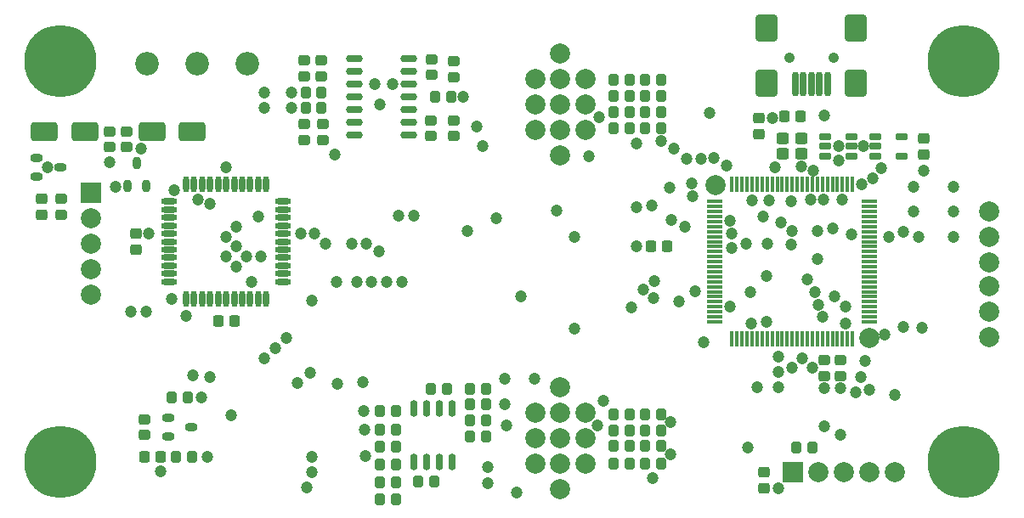
<source format=gts>
G04*
G04 #@! TF.GenerationSoftware,Altium Limited,Altium Designer,19.0.4 (130)*
G04*
G04 Layer_Color=8388736*
%FSLAX44Y44*%
%MOMM*%
G71*
G01*
G75*
G04:AMPARAMS|DCode=32|XSize=1.2mm|YSize=0.8mm|CornerRadius=0.2765mm|HoleSize=0mm|Usage=FLASHONLY|Rotation=90.000|XOffset=0mm|YOffset=0mm|HoleType=Round|Shape=RoundedRectangle|*
%AMROUNDEDRECTD32*
21,1,1.2000,0.2470,0,0,90.0*
21,1,0.6470,0.8000,0,0,90.0*
1,1,0.5530,0.1235,0.3235*
1,1,0.5530,0.1235,-0.3235*
1,1,0.5530,-0.1235,-0.3235*
1,1,0.5530,-0.1235,0.3235*
%
%ADD32ROUNDEDRECTD32*%
G04:AMPARAMS|DCode=33|XSize=1.15mm|YSize=1.05mm|CornerRadius=0.273mm|HoleSize=0mm|Usage=FLASHONLY|Rotation=0.000|XOffset=0mm|YOffset=0mm|HoleType=Round|Shape=RoundedRectangle|*
%AMROUNDEDRECTD33*
21,1,1.1500,0.5040,0,0,0.0*
21,1,0.6040,1.0500,0,0,0.0*
1,1,0.5460,0.3020,-0.2520*
1,1,0.5460,-0.3020,-0.2520*
1,1,0.5460,-0.3020,0.2520*
1,1,0.5460,0.3020,0.2520*
%
%ADD33ROUNDEDRECTD33*%
G04:AMPARAMS|DCode=34|XSize=1.2mm|YSize=0.8mm|CornerRadius=0.2765mm|HoleSize=0mm|Usage=FLASHONLY|Rotation=0.000|XOffset=0mm|YOffset=0mm|HoleType=Round|Shape=RoundedRectangle|*
%AMROUNDEDRECTD34*
21,1,1.2000,0.2470,0,0,0.0*
21,1,0.6470,0.8000,0,0,0.0*
1,1,0.5530,0.3235,-0.1235*
1,1,0.5530,-0.3235,-0.1235*
1,1,0.5530,-0.3235,0.1235*
1,1,0.5530,0.3235,0.1235*
%
%ADD34ROUNDEDRECTD34*%
G04:AMPARAMS|DCode=35|XSize=2.65mm|YSize=1.85mm|CornerRadius=0.279mm|HoleSize=0mm|Usage=FLASHONLY|Rotation=0.000|XOffset=0mm|YOffset=0mm|HoleType=Round|Shape=RoundedRectangle|*
%AMROUNDEDRECTD35*
21,1,2.6500,1.2920,0,0,0.0*
21,1,2.0920,1.8500,0,0,0.0*
1,1,0.5580,1.0460,-0.6460*
1,1,0.5580,-1.0460,-0.6460*
1,1,0.5580,-1.0460,0.6460*
1,1,0.5580,1.0460,0.6460*
%
%ADD35ROUNDEDRECTD35*%
G04:AMPARAMS|DCode=36|XSize=1.15mm|YSize=1.05mm|CornerRadius=0.273mm|HoleSize=0mm|Usage=FLASHONLY|Rotation=270.000|XOffset=0mm|YOffset=0mm|HoleType=Round|Shape=RoundedRectangle|*
%AMROUNDEDRECTD36*
21,1,1.1500,0.5040,0,0,270.0*
21,1,0.6040,1.0500,0,0,270.0*
1,1,0.5460,-0.2520,-0.3020*
1,1,0.5460,-0.2520,0.3020*
1,1,0.5460,0.2520,0.3020*
1,1,0.5460,0.2520,-0.3020*
%
%ADD36ROUNDEDRECTD36*%
%ADD37O,0.7500X1.7000*%
%ADD38O,1.7000X0.7500*%
G04:AMPARAMS|DCode=39|XSize=1.15mm|YSize=1.1mm|CornerRadius=0.2745mm|HoleSize=0mm|Usage=FLASHONLY|Rotation=270.000|XOffset=0mm|YOffset=0mm|HoleType=Round|Shape=RoundedRectangle|*
%AMROUNDEDRECTD39*
21,1,1.1500,0.5510,0,0,270.0*
21,1,0.6010,1.1000,0,0,270.0*
1,1,0.5490,-0.2755,-0.3005*
1,1,0.5490,-0.2755,0.3005*
1,1,0.5490,0.2755,0.3005*
1,1,0.5490,0.2755,-0.3005*
%
%ADD39ROUNDEDRECTD39*%
G04:AMPARAMS|DCode=40|XSize=1.25mm|YSize=0.75mm|CornerRadius=0.276mm|HoleSize=0mm|Usage=FLASHONLY|Rotation=0.000|XOffset=0mm|YOffset=0mm|HoleType=Round|Shape=RoundedRectangle|*
%AMROUNDEDRECTD40*
21,1,1.2500,0.1980,0,0,0.0*
21,1,0.6980,0.7500,0,0,0.0*
1,1,0.5520,0.3490,-0.0990*
1,1,0.5520,-0.3490,-0.0990*
1,1,0.5520,-0.3490,0.0990*
1,1,0.5520,0.3490,0.0990*
%
%ADD40ROUNDEDRECTD40*%
G04:AMPARAMS|DCode=41|XSize=1.15mm|YSize=1.1mm|CornerRadius=0.2745mm|HoleSize=0mm|Usage=FLASHONLY|Rotation=180.000|XOffset=0mm|YOffset=0mm|HoleType=Round|Shape=RoundedRectangle|*
%AMROUNDEDRECTD41*
21,1,1.1500,0.5510,0,0,180.0*
21,1,0.6010,1.1000,0,0,180.0*
1,1,0.5490,-0.3005,0.2755*
1,1,0.5490,0.3005,0.2755*
1,1,0.5490,0.3005,-0.2755*
1,1,0.5490,-0.3005,-0.2755*
%
%ADD41ROUNDEDRECTD41*%
G04:AMPARAMS|DCode=42|XSize=1.25mm|YSize=1.15mm|CornerRadius=0.24mm|HoleSize=0mm|Usage=FLASHONLY|Rotation=0.000|XOffset=0mm|YOffset=0mm|HoleType=Round|Shape=RoundedRectangle|*
%AMROUNDEDRECTD42*
21,1,1.2500,0.6700,0,0,0.0*
21,1,0.7700,1.1500,0,0,0.0*
1,1,0.4800,0.3850,-0.3350*
1,1,0.4800,-0.3850,-0.3350*
1,1,0.4800,-0.3850,0.3350*
1,1,0.4800,0.3850,0.3350*
%
%ADD42ROUNDEDRECTD42*%
G04:AMPARAMS|DCode=43|XSize=2.45mm|YSize=0.65mm|CornerRadius=0.275mm|HoleSize=0mm|Usage=FLASHONLY|Rotation=270.000|XOffset=0mm|YOffset=0mm|HoleType=Round|Shape=RoundedRectangle|*
%AMROUNDEDRECTD43*
21,1,2.4500,0.1000,0,0,270.0*
21,1,1.9000,0.6500,0,0,270.0*
1,1,0.5500,-0.0500,-0.9500*
1,1,0.5500,-0.0500,0.9500*
1,1,0.5500,0.0500,0.9500*
1,1,0.5500,0.0500,-0.9500*
%
%ADD43ROUNDEDRECTD43*%
G04:AMPARAMS|DCode=44|XSize=2.65mm|YSize=2.15mm|CornerRadius=0.275mm|HoleSize=0mm|Usage=FLASHONLY|Rotation=270.000|XOffset=0mm|YOffset=0mm|HoleType=Round|Shape=RoundedRectangle|*
%AMROUNDEDRECTD44*
21,1,2.6500,1.6000,0,0,270.0*
21,1,2.1000,2.1500,0,0,270.0*
1,1,0.5500,-0.8000,-1.0500*
1,1,0.5500,-0.8000,1.0500*
1,1,0.5500,0.8000,1.0500*
1,1,0.5500,0.8000,-1.0500*
%
%ADD44ROUNDEDRECTD44*%
%ADD45O,0.4000X1.6000*%
%ADD46O,1.6000X0.4000*%
%ADD47C,2.0000*%
%ADD48O,0.6500X1.6000*%
%ADD49O,1.6000X0.6500*%
%ADD50C,2.3500*%
%ADD51C,2.0000*%
%ADD52C,7.2032*%
%ADD53C,1.0500*%
%ADD54R,2.0000X2.0000*%
%ADD55R,2.0000X2.0000*%
%ADD56C,1.2032*%
D32*
X126000Y348500D02*
D03*
X135500Y325500D02*
D03*
X116500D02*
D03*
D33*
X116000Y364000D02*
D03*
Y380000D02*
D03*
X99000Y364000D02*
D03*
Y380000D02*
D03*
X293077Y387000D02*
D03*
Y371000D02*
D03*
X811000Y152000D02*
D03*
Y136000D02*
D03*
X827000Y152000D02*
D03*
Y136000D02*
D03*
X419077Y391000D02*
D03*
Y375000D02*
D03*
X311077Y387000D02*
D03*
Y371000D02*
D03*
X420077Y436000D02*
D03*
Y452000D02*
D03*
X310077Y435000D02*
D03*
Y451000D02*
D03*
X442077Y375000D02*
D03*
Y391000D02*
D03*
Y450000D02*
D03*
Y434000D02*
D03*
X293077Y451000D02*
D03*
Y435000D02*
D03*
X134000Y93000D02*
D03*
Y77000D02*
D03*
X51000Y297000D02*
D03*
Y313000D02*
D03*
D34*
X49500Y344000D02*
D03*
X26500Y334500D02*
D03*
Y353500D02*
D03*
X157500Y94500D02*
D03*
Y75500D02*
D03*
X180500Y85000D02*
D03*
D35*
X181020Y380000D02*
D03*
X141020D02*
D03*
X74000D02*
D03*
X34000D02*
D03*
D36*
X632000Y98000D02*
D03*
X648000D02*
D03*
X632000Y49000D02*
D03*
X648000D02*
D03*
X632000Y66000D02*
D03*
X648000D02*
D03*
X632000Y82000D02*
D03*
X648000D02*
D03*
X632000Y399000D02*
D03*
X648000D02*
D03*
X632000Y415000D02*
D03*
X648000D02*
D03*
X632000Y431000D02*
D03*
X648000D02*
D03*
X632000Y383000D02*
D03*
X648000D02*
D03*
X458000Y75500D02*
D03*
X474000D02*
D03*
X617000Y49000D02*
D03*
X601000D02*
D03*
X458000Y123500D02*
D03*
X474000D02*
D03*
X617000Y98000D02*
D03*
X601000D02*
D03*
X435350Y123500D02*
D03*
X419350D02*
D03*
X474000Y91500D02*
D03*
X458000D02*
D03*
X601000Y66000D02*
D03*
X617000D02*
D03*
X474000Y107500D02*
D03*
X458000D02*
D03*
X601000Y82000D02*
D03*
X617000D02*
D03*
X384000Y47500D02*
D03*
X368000D02*
D03*
X617000Y383000D02*
D03*
X601000D02*
D03*
X384000Y101500D02*
D03*
X368000D02*
D03*
X617000Y431000D02*
D03*
X601000D02*
D03*
X422650Y30500D02*
D03*
X406650D02*
D03*
X368000Y82500D02*
D03*
X384000D02*
D03*
X601000Y415000D02*
D03*
X617000D02*
D03*
X368000Y65500D02*
D03*
X384000D02*
D03*
X601000Y399000D02*
D03*
X617000D02*
D03*
X368000Y30000D02*
D03*
X384000D02*
D03*
X368000Y13000D02*
D03*
X384000D02*
D03*
X294077Y419000D02*
D03*
X310077D02*
D03*
X439077Y414000D02*
D03*
X423077D02*
D03*
X294077Y403000D02*
D03*
X310077D02*
D03*
X165000Y55000D02*
D03*
X181000D02*
D03*
X177000Y115000D02*
D03*
X161000D02*
D03*
X799000Y65000D02*
D03*
X783000D02*
D03*
D37*
X440050Y49968D02*
D03*
X427350D02*
D03*
X414650D02*
D03*
X401954D02*
D03*
Y103968D02*
D03*
X414650D02*
D03*
X427350D02*
D03*
X440050D02*
D03*
D38*
X343077Y452100D02*
D03*
Y439400D02*
D03*
Y426700D02*
D03*
Y414000D02*
D03*
Y401300D02*
D03*
Y388600D02*
D03*
Y375900D02*
D03*
X397077D02*
D03*
Y388600D02*
D03*
Y401300D02*
D03*
Y414000D02*
D03*
Y426700D02*
D03*
Y439400D02*
D03*
Y452100D02*
D03*
D39*
X150000Y55000D02*
D03*
X134000D02*
D03*
X207000Y191000D02*
D03*
X223000D02*
D03*
X771000Y395000D02*
D03*
X787000D02*
D03*
X638000Y265000D02*
D03*
X654000D02*
D03*
D40*
X888000Y374500D02*
D03*
Y355500D02*
D03*
X862000D02*
D03*
Y365000D02*
D03*
Y374500D02*
D03*
X812000Y355500D02*
D03*
Y365000D02*
D03*
Y374500D02*
D03*
X838000D02*
D03*
Y365000D02*
D03*
Y355500D02*
D03*
D41*
X910000Y357000D02*
D03*
Y373000D02*
D03*
X746000Y393000D02*
D03*
Y377000D02*
D03*
X751000Y24000D02*
D03*
Y40000D02*
D03*
X31000Y297000D02*
D03*
Y313000D02*
D03*
X125000Y278000D02*
D03*
Y262000D02*
D03*
D42*
X788500Y357500D02*
D03*
X769500D02*
D03*
Y372500D02*
D03*
X788500D02*
D03*
D43*
X814000Y427000D02*
D03*
X806000D02*
D03*
X798000D02*
D03*
X790000D02*
D03*
X782000D02*
D03*
D44*
X753500Y428000D02*
D03*
Y483000D02*
D03*
X842500D02*
D03*
Y428000D02*
D03*
D45*
X719000Y173000D02*
D03*
X724000D02*
D03*
X729000D02*
D03*
X734000D02*
D03*
X739000D02*
D03*
X744000D02*
D03*
X749000D02*
D03*
X754000D02*
D03*
X759000D02*
D03*
X764000D02*
D03*
X769000D02*
D03*
X774000D02*
D03*
X779000D02*
D03*
X784000D02*
D03*
X789000D02*
D03*
X794000D02*
D03*
X799000D02*
D03*
X804000D02*
D03*
X809000D02*
D03*
X814000D02*
D03*
X819000D02*
D03*
X824000D02*
D03*
X829000D02*
D03*
X834000D02*
D03*
X839000D02*
D03*
Y327000D02*
D03*
X834000D02*
D03*
X829000D02*
D03*
X824000D02*
D03*
X819000D02*
D03*
X814000D02*
D03*
X809000D02*
D03*
X804000D02*
D03*
X799000D02*
D03*
X794000D02*
D03*
X789000D02*
D03*
X784000D02*
D03*
X779000D02*
D03*
X774000D02*
D03*
X769000D02*
D03*
X764000D02*
D03*
X759000D02*
D03*
X754000D02*
D03*
X749000D02*
D03*
X744000D02*
D03*
X739000D02*
D03*
X734000D02*
D03*
X729000D02*
D03*
X724000D02*
D03*
X719000D02*
D03*
D46*
X856000Y190000D02*
D03*
Y195000D02*
D03*
Y200000D02*
D03*
Y205000D02*
D03*
Y210000D02*
D03*
Y215000D02*
D03*
Y220000D02*
D03*
Y225000D02*
D03*
Y230000D02*
D03*
Y235000D02*
D03*
Y240000D02*
D03*
Y245000D02*
D03*
Y250000D02*
D03*
Y255000D02*
D03*
Y260000D02*
D03*
Y265000D02*
D03*
Y270000D02*
D03*
Y275000D02*
D03*
Y280000D02*
D03*
Y285000D02*
D03*
Y290000D02*
D03*
Y295000D02*
D03*
Y300000D02*
D03*
Y305000D02*
D03*
Y310000D02*
D03*
X702000D02*
D03*
Y305000D02*
D03*
Y300000D02*
D03*
Y295000D02*
D03*
Y290000D02*
D03*
Y285000D02*
D03*
Y280000D02*
D03*
Y275000D02*
D03*
Y270000D02*
D03*
Y265000D02*
D03*
Y260000D02*
D03*
Y255000D02*
D03*
Y250000D02*
D03*
Y245000D02*
D03*
Y240000D02*
D03*
Y235000D02*
D03*
Y230000D02*
D03*
Y225000D02*
D03*
Y220000D02*
D03*
Y215000D02*
D03*
Y210000D02*
D03*
Y205000D02*
D03*
Y200000D02*
D03*
Y195000D02*
D03*
Y190000D02*
D03*
D47*
X855500Y173500D02*
D03*
X702500Y326500D02*
D03*
D48*
X175000Y327000D02*
D03*
X183000D02*
D03*
X191000D02*
D03*
X199000D02*
D03*
X207000D02*
D03*
X215000D02*
D03*
X223000D02*
D03*
X231000D02*
D03*
X239000D02*
D03*
X247000D02*
D03*
X255000D02*
D03*
Y213000D02*
D03*
X247000D02*
D03*
X239000D02*
D03*
X231000D02*
D03*
X223000D02*
D03*
X215000D02*
D03*
X207000D02*
D03*
X199000D02*
D03*
X191000D02*
D03*
X183000D02*
D03*
X175000D02*
D03*
D49*
X272000Y310000D02*
D03*
Y302000D02*
D03*
Y294000D02*
D03*
Y286000D02*
D03*
Y278000D02*
D03*
Y270000D02*
D03*
Y262000D02*
D03*
Y254000D02*
D03*
Y246000D02*
D03*
Y238000D02*
D03*
Y230000D02*
D03*
X158000D02*
D03*
Y238000D02*
D03*
Y246000D02*
D03*
Y254000D02*
D03*
Y262000D02*
D03*
Y270000D02*
D03*
Y278000D02*
D03*
Y286000D02*
D03*
Y294000D02*
D03*
Y302000D02*
D03*
Y310000D02*
D03*
D50*
X136000Y447500D02*
D03*
X186000D02*
D03*
X236000D02*
D03*
D51*
X975000Y225400D02*
D03*
Y200000D02*
D03*
Y174600D02*
D03*
Y300400D02*
D03*
Y275000D02*
D03*
Y249600D02*
D03*
X523000Y99400D02*
D03*
Y74000D02*
D03*
Y48600D02*
D03*
X548000Y457800D02*
D03*
Y432400D02*
D03*
Y407000D02*
D03*
Y381600D02*
D03*
Y356200D02*
D03*
X523000Y432400D02*
D03*
Y407000D02*
D03*
Y381600D02*
D03*
X573000Y432400D02*
D03*
Y407000D02*
D03*
Y381600D02*
D03*
X548000Y124800D02*
D03*
Y99400D02*
D03*
Y74000D02*
D03*
Y48600D02*
D03*
Y23200D02*
D03*
X880800Y40000D02*
D03*
X855400D02*
D03*
X830000D02*
D03*
X804600D02*
D03*
X80000Y217200D02*
D03*
Y242600D02*
D03*
Y268000D02*
D03*
Y293400D02*
D03*
X573000Y48600D02*
D03*
Y74000D02*
D03*
Y99400D02*
D03*
D52*
X50000Y50000D02*
D03*
Y450000D02*
D03*
X950000D02*
D03*
Y50000D02*
D03*
D53*
X820000Y453000D02*
D03*
X776000D02*
D03*
D54*
X779200Y40000D02*
D03*
D55*
X80000Y318800D02*
D03*
D56*
X810000Y312000D02*
D03*
X829000D02*
D03*
X819754Y283000D02*
D03*
X788000Y345000D02*
D03*
X800000Y341000D02*
D03*
X797000Y312000D02*
D03*
X778000Y310540D02*
D03*
X717239Y291000D02*
D03*
X719000Y278000D02*
D03*
Y264000D02*
D03*
X868000Y343000D02*
D03*
X859000Y333000D02*
D03*
X809305Y195000D02*
D03*
X804600Y207000D02*
D03*
X831998Y188000D02*
D03*
X802000Y220000D02*
D03*
X852000Y151000D02*
D03*
X847000Y134912D02*
D03*
X842000Y119500D02*
D03*
X753000Y190000D02*
D03*
X738000Y188120D02*
D03*
X737000Y219761D02*
D03*
X682000Y220240D02*
D03*
X666059Y210000D02*
D03*
X739000Y311000D02*
D03*
X767999Y288999D02*
D03*
X756000Y311000D02*
D03*
X750000Y295000D02*
D03*
X700999Y352999D02*
D03*
X688000Y352544D02*
D03*
X674000D02*
D03*
X697000Y398000D02*
D03*
X794000Y232000D02*
D03*
X804000Y253000D02*
D03*
X619000Y204459D02*
D03*
X640999Y214000D02*
D03*
X641421Y231000D02*
D03*
X631000Y222060D02*
D03*
X753000Y236000D02*
D03*
X562000Y275000D02*
D03*
Y182814D02*
D03*
X717000Y205000D02*
D03*
X691000Y170000D02*
D03*
X744000Y125000D02*
D03*
X765000D02*
D03*
Y140000D02*
D03*
Y155000D02*
D03*
X300000Y40000D02*
D03*
Y55000D02*
D03*
X99000Y349000D02*
D03*
X130206Y363000D02*
D03*
X105000Y325000D02*
D03*
X37000Y344000D02*
D03*
X714000Y346000D02*
D03*
X900000Y300000D02*
D03*
X900000Y325000D02*
D03*
X875000Y275000D02*
D03*
X905000D02*
D03*
X940000Y325000D02*
D03*
Y300000D02*
D03*
Y275000D02*
D03*
X838000Y277000D02*
D03*
X871000Y177000D02*
D03*
X855575Y122000D02*
D03*
X890000Y280000D02*
D03*
X908000Y184460D02*
D03*
X890000Y185000D02*
D03*
X881000Y117000D02*
D03*
X827000Y77000D02*
D03*
X811000Y86000D02*
D03*
X827000Y124000D02*
D03*
X811000D02*
D03*
X832000Y205000D02*
D03*
X779000Y144000D02*
D03*
X799000D02*
D03*
X789000Y154000D02*
D03*
X765000Y24000D02*
D03*
X804000Y281000D02*
D03*
X779000D02*
D03*
X754000Y268000D02*
D03*
X778000Y267000D02*
D03*
X196000Y55000D02*
D03*
X253000Y403000D02*
D03*
Y419000D02*
D03*
X163000Y321000D02*
D03*
X303000Y278000D02*
D03*
X247000Y295200D02*
D03*
X225000Y285000D02*
D03*
X215000Y275000D02*
D03*
X199000Y307425D02*
D03*
X187000Y312000D02*
D03*
X280000Y419000D02*
D03*
Y403000D02*
D03*
X225000Y245000D02*
D03*
X240000Y230000D02*
D03*
X300000Y211000D02*
D03*
X215000Y255000D02*
D03*
X235000D02*
D03*
X250000D02*
D03*
X225000Y265000D02*
D03*
X314000Y268000D02*
D03*
X289000Y278000D02*
D03*
X175000Y196000D02*
D03*
X150000Y41000D02*
D03*
X220000Y97000D02*
D03*
X198980Y135020D02*
D03*
X182000Y137000D02*
D03*
X390000Y230000D02*
D03*
X375000D02*
D03*
X509000Y215000D02*
D03*
X360000Y230000D02*
D03*
X345000D02*
D03*
X591000Y111000D02*
D03*
X493000Y133000D02*
D03*
X522000D02*
D03*
X658579Y292000D02*
D03*
X680000Y315000D02*
D03*
X624000Y304000D02*
D03*
X639000Y306000D02*
D03*
X484000Y293000D02*
D03*
X544000Y301000D02*
D03*
X351000Y130000D02*
D03*
X368000Y407000D02*
D03*
X387000Y296000D02*
D03*
X323000Y357000D02*
D03*
X326000Y128000D02*
D03*
X735000Y65000D02*
D03*
X504730Y20000D02*
D03*
X295000Y25000D02*
D03*
X848000Y327088D02*
D03*
X821000Y215000D02*
D03*
X471000Y365000D02*
D03*
X465000Y385000D02*
D03*
X762000Y344000D02*
D03*
X759000Y393000D02*
D03*
X811000Y396000D02*
D03*
X825000Y351000D02*
D03*
X661000Y363000D02*
D03*
X353433Y56000D02*
D03*
X476000Y45000D02*
D03*
Y29000D02*
D03*
X493000Y107500D02*
D03*
X494480Y86520D02*
D03*
X363000Y427000D02*
D03*
X381000D02*
D03*
X402330Y295730D02*
D03*
X455000Y281000D02*
D03*
X353000Y82500D02*
D03*
X352000Y101500D02*
D03*
X624000Y368000D02*
D03*
X640000Y34000D02*
D03*
X658000Y58000D02*
D03*
Y90000D02*
D03*
X672000Y285000D02*
D03*
X585000Y87000D02*
D03*
X587000Y394000D02*
D03*
X648000Y370000D02*
D03*
X656477Y323373D02*
D03*
X678999Y327999D02*
D03*
X576000Y355000D02*
D03*
X286000Y129000D02*
D03*
X299000Y139000D02*
D03*
X190000Y115000D02*
D03*
X161000Y212980D02*
D03*
X451000Y414000D02*
D03*
X215000Y344000D02*
D03*
X137434Y278000D02*
D03*
X120000Y200000D02*
D03*
X135000D02*
D03*
X624000Y265000D02*
D03*
X253000Y153980D02*
D03*
X264000Y164000D02*
D03*
X275000Y174000D02*
D03*
X825000Y365000D02*
D03*
X850000D02*
D03*
X910000Y341000D02*
D03*
X733000Y268000D02*
D03*
X355000Y268270D02*
D03*
X367000Y260000D02*
D03*
X325000Y230000D02*
D03*
X340000Y268000D02*
D03*
M02*

</source>
